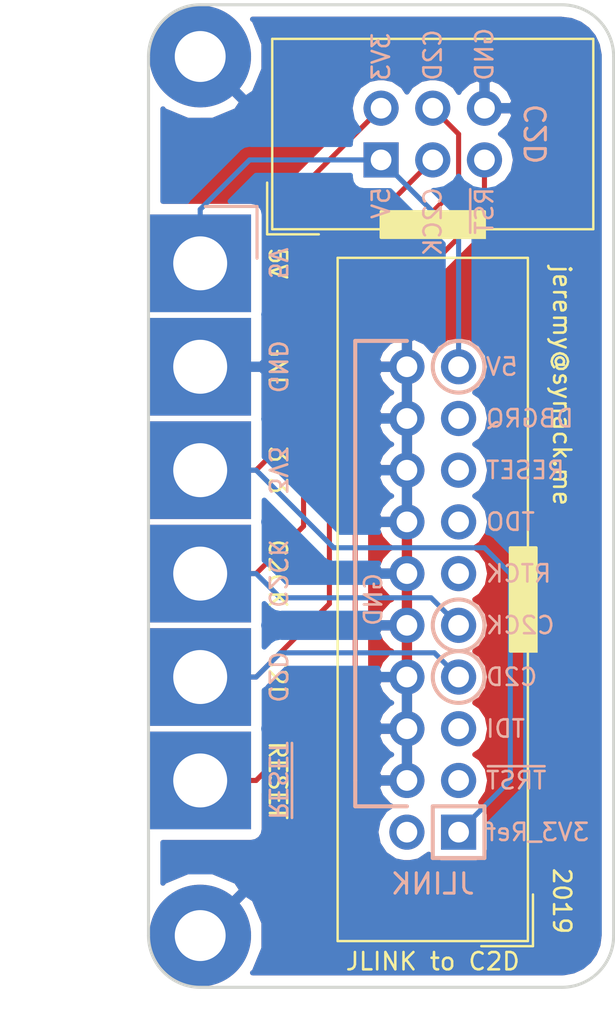
<source format=kicad_pcb>
(kicad_pcb (version 20171130) (host pcbnew 5.0.2+dfsg1-1)

  (general
    (thickness 1.6)
    (drawings 57)
    (tracks 38)
    (zones 0)
    (modules 5)
    (nets 7)
  )

  (page A4)
  (layers
    (0 F.Cu signal)
    (31 B.Cu signal)
    (32 B.Adhes user hide)
    (33 F.Adhes user hide)
    (34 B.Paste user hide)
    (35 F.Paste user hide)
    (36 B.SilkS user)
    (37 F.SilkS user)
    (38 B.Mask user)
    (39 F.Mask user)
    (40 Dwgs.User user hide)
    (41 Cmts.User user hide)
    (42 Eco1.User user hide)
    (43 Eco2.User user hide)
    (44 Edge.Cuts user)
    (45 Margin user hide)
    (46 B.CrtYd user hide)
    (47 F.CrtYd user hide)
    (48 B.Fab user hide)
    (49 F.Fab user)
  )

  (setup
    (last_trace_width 0.1524)
    (trace_clearance 0.1524)
    (zone_clearance 0.508)
    (zone_45_only no)
    (trace_min 0.1524)
    (segment_width 0.2)
    (edge_width 0.15)
    (via_size 0.6858)
    (via_drill 0.3302)
    (via_min_size 0.508)
    (via_min_drill 0.254)
    (uvia_size 0.6858)
    (uvia_drill 0.3302)
    (uvias_allowed no)
    (uvia_min_size 0.2)
    (uvia_min_drill 0.1)
    (pcb_text_width 0.3)
    (pcb_text_size 1.5 1.5)
    (mod_edge_width 0.15)
    (mod_text_size 1 1)
    (mod_text_width 0.15)
    (pad_size 5 5)
    (pad_drill 2.5)
    (pad_to_mask_clearance 0.051)
    (solder_mask_min_width 0.25)
    (aux_axis_origin 0 0)
    (visible_elements FFFFFF7F)
    (pcbplotparams
      (layerselection 0x010fc_ffffffff)
      (usegerberextensions true)
      (usegerberattributes false)
      (usegerberadvancedattributes false)
      (creategerberjobfile false)
      (excludeedgelayer true)
      (linewidth 0.100000)
      (plotframeref false)
      (viasonmask false)
      (mode 1)
      (useauxorigin false)
      (hpglpennumber 1)
      (hpglpenspeed 20)
      (hpglpendiameter 15.000000)
      (psnegative false)
      (psa4output false)
      (plotreference true)
      (plotvalue true)
      (plotinvisibletext false)
      (padsonsilk false)
      (subtractmaskfromsilk false)
      (outputformat 1)
      (mirror false)
      (drillshape 0)
      (scaleselection 1)
      (outputdirectory "gerbers/"))
  )

  (net 0 "")
  (net 1 GND)
  (net 2 +5V)
  (net 3 /TMS_C2D)
  (net 4 /TCK_C2CK)
  (net 5 +3V3)
  (net 6 /~RESET)

  (net_class Default "This is the default net class."
    (clearance 0.1524)
    (trace_width 0.1524)
    (via_dia 0.6858)
    (via_drill 0.3302)
    (uvia_dia 0.6858)
    (uvia_drill 0.3302)
    (diff_pair_gap 0.1524)
    (diff_pair_width 0.1524)
    (add_net +3V3)
    (add_net +5V)
    (add_net /TCK_C2CK)
    (add_net /TMS_C2D)
    (add_net /~RESET)
    (add_net GND)
  )

  (module synack-common:CardEdge6P (layer F.Cu) (tedit 5CDE3B79) (tstamp 5CFD6F96)
    (at 114.3 71.12 270)
    (path /5CDE342D)
    (fp_text reference J4 (at 0 -15.24 270) (layer F.SilkS) hide
      (effects (font (size 1 1) (thickness 0.15)))
    )
    (fp_text value EdgeClip (at 0 -12.7 270) (layer F.Fab)
      (effects (font (size 1 1) (thickness 0.15)))
    )
    (fp_line (start -2.54 2.54) (end -2.54 -2.54) (layer B.CrtYd) (width 0.15))
    (fp_line (start 27.94 2.54) (end -2.54 2.54) (layer B.CrtYd) (width 0.15))
    (fp_line (start 27.94 -2.54) (end 27.94 2.54) (layer B.CrtYd) (width 0.15))
    (fp_line (start -2.54 -2.54) (end 27.94 -2.54) (layer B.CrtYd) (width 0.15))
    (fp_line (start -2.54 2.54) (end -2.54 -2.54) (layer F.CrtYd) (width 0.15))
    (fp_line (start 27.94 2.54) (end -2.54 2.54) (layer F.CrtYd) (width 0.15))
    (fp_line (start 27.94 -2.54) (end 27.94 2.54) (layer F.CrtYd) (width 0.15))
    (fp_line (start -2.54 -2.54) (end 27.94 -2.54) (layer F.CrtYd) (width 0.15))
    (fp_line (start -2.794 -2.794) (end -0.254 -2.794) (layer B.SilkS) (width 0.15))
    (fp_line (start -2.794 -0.254) (end -2.794 -2.794) (layer B.SilkS) (width 0.15))
    (fp_line (start -2.794 -2.794) (end -2.794 -0.254) (layer F.SilkS) (width 0.15))
    (fp_line (start -2.794 -2.794) (end -0.254 -2.794) (layer F.SilkS) (width 0.15))
    (pad 6 thru_hole rect (at 25.4 0 270) (size 4.8 5) (drill 2.65) (layers *.Cu *.Mask)
      (net 6 /~RESET))
    (pad 5 thru_hole rect (at 20.32 0 270) (size 4.8 5) (drill 2.65) (layers *.Cu *.Mask)
      (net 3 /TMS_C2D))
    (pad 4 thru_hole rect (at 15.24 0 270) (size 4.8 5) (drill 2.65) (layers *.Cu *.Mask)
      (net 4 /TCK_C2CK))
    (pad 3 thru_hole rect (at 10.16 0 270) (size 4.8 5) (drill 2.65) (layers *.Cu *.Mask)
      (net 5 +3V3))
    (pad 2 thru_hole rect (at 5.08 0 270) (size 4.8 5) (drill 2.65) (layers *.Cu *.Mask)
      (net 1 GND))
    (pad 1 thru_hole rect (at 0 0 270) (size 4.8 5) (drill 2.65) (layers *.Cu *.Mask)
      (net 2 +5V))
  )

  (module Connector_IDC:IDC-Header_2x10_P2.54mm_Vertical (layer F.Cu) (tedit 5CDE2E4A) (tstamp 5CEABE0B)
    (at 127 99.06 180)
    (descr "Through hole straight IDC box header, 2x10, 2.54mm pitch, double rows")
    (tags "Through hole IDC box header THT 2x10 2.54mm double row")
    (path /5CDDE238)
    (fp_text reference J1 (at 1.27 -6.604 180) (layer F.SilkS) hide
      (effects (font (size 1 1) (thickness 0.15)))
    )
    (fp_text value JLINK (at 1.27 -2.54 180) (layer B.SilkS)
      (effects (font (size 1 1) (thickness 0.15)) (justify mirror))
    )
    (fp_text user %R (at 1.27 11.43 180) (layer F.Fab)
      (effects (font (size 1 1) (thickness 0.15)))
    )
    (fp_line (start 5.695 -5.1) (end 5.695 27.96) (layer F.Fab) (width 0.1))
    (fp_line (start 5.145 -4.56) (end 5.145 27.4) (layer F.Fab) (width 0.1))
    (fp_line (start -3.155 -5.1) (end -3.155 27.96) (layer F.Fab) (width 0.1))
    (fp_line (start -2.605 -4.56) (end -2.605 9.18) (layer F.Fab) (width 0.1))
    (fp_line (start -2.605 13.68) (end -2.605 27.4) (layer F.Fab) (width 0.1))
    (fp_line (start -2.605 9.18) (end -3.155 9.18) (layer F.Fab) (width 0.1))
    (fp_line (start -2.605 13.68) (end -3.155 13.68) (layer F.Fab) (width 0.1))
    (fp_line (start 5.695 -5.1) (end -3.155 -5.1) (layer F.Fab) (width 0.1))
    (fp_line (start 5.145 -4.56) (end -2.605 -4.56) (layer F.Fab) (width 0.1))
    (fp_line (start 5.695 27.96) (end -3.155 27.96) (layer F.Fab) (width 0.1))
    (fp_line (start 5.145 27.4) (end -2.605 27.4) (layer F.Fab) (width 0.1))
    (fp_line (start 5.695 -5.1) (end 5.145 -4.56) (layer F.Fab) (width 0.1))
    (fp_line (start 5.695 27.96) (end 5.145 27.4) (layer F.Fab) (width 0.1))
    (fp_line (start -3.155 -5.1) (end -2.605 -4.56) (layer F.Fab) (width 0.1))
    (fp_line (start -3.155 27.96) (end -2.605 27.4) (layer F.Fab) (width 0.1))
    (fp_line (start 5.95 -5.35) (end 5.95 28.21) (layer F.CrtYd) (width 0.05))
    (fp_line (start 5.95 28.21) (end -3.41 28.21) (layer F.CrtYd) (width 0.05))
    (fp_line (start -3.41 28.21) (end -3.41 -5.35) (layer F.CrtYd) (width 0.05))
    (fp_line (start -3.41 -5.35) (end 5.95 -5.35) (layer F.CrtYd) (width 0.05))
    (fp_line (start 5.945 -5.35) (end 5.945 28.21) (layer F.SilkS) (width 0.12))
    (fp_line (start 5.945 28.21) (end -3.405 28.21) (layer F.SilkS) (width 0.12))
    (fp_line (start -3.405 28.21) (end -3.405 -5.35) (layer F.SilkS) (width 0.12))
    (fp_line (start -3.405 -5.35) (end 5.945 -5.35) (layer F.SilkS) (width 0.12))
    (fp_line (start -3.655 -5.6) (end -3.655 -3.06) (layer F.SilkS) (width 0.12))
    (fp_line (start -3.655 -5.6) (end -1.115 -5.6) (layer F.SilkS) (width 0.12))
    (pad 1 thru_hole rect (at 0 0 180) (size 1.7272 1.7272) (drill 1.016) (layers *.Cu *.Mask)
      (net 5 +3V3))
    (pad 2 thru_hole oval (at 2.54 0 180) (size 1.7272 1.7272) (drill 1.016) (layers *.Cu *.Mask))
    (pad 3 thru_hole oval (at 0 2.54 180) (size 1.7272 1.7272) (drill 1.016) (layers *.Cu *.Mask))
    (pad 4 thru_hole oval (at 2.54 2.54 180) (size 1.7272 1.7272) (drill 1.016) (layers *.Cu *.Mask)
      (net 1 GND))
    (pad 5 thru_hole oval (at 0 5.08 180) (size 1.7272 1.7272) (drill 1.016) (layers *.Cu *.Mask))
    (pad 6 thru_hole oval (at 2.54 5.08 180) (size 1.7272 1.7272) (drill 1.016) (layers *.Cu *.Mask)
      (net 1 GND))
    (pad 7 thru_hole oval (at 0 7.62 180) (size 1.7272 1.7272) (drill 1.016) (layers *.Cu *.Mask)
      (net 3 /TMS_C2D))
    (pad 8 thru_hole oval (at 2.54 7.62 180) (size 1.7272 1.7272) (drill 1.016) (layers *.Cu *.Mask)
      (net 1 GND))
    (pad 9 thru_hole oval (at 0 10.16 180) (size 1.7272 1.7272) (drill 1.016) (layers *.Cu *.Mask)
      (net 4 /TCK_C2CK))
    (pad 10 thru_hole oval (at 2.54 10.16 180) (size 1.7272 1.7272) (drill 1.016) (layers *.Cu *.Mask)
      (net 1 GND))
    (pad 11 thru_hole oval (at 0 12.7 180) (size 1.7272 1.7272) (drill 1.016) (layers *.Cu *.Mask))
    (pad 12 thru_hole oval (at 2.54 12.7 180) (size 1.7272 1.7272) (drill 1.016) (layers *.Cu *.Mask)
      (net 1 GND))
    (pad 13 thru_hole oval (at 0 15.24 180) (size 1.7272 1.7272) (drill 1.016) (layers *.Cu *.Mask))
    (pad 14 thru_hole oval (at 2.54 15.24 180) (size 1.7272 1.7272) (drill 1.016) (layers *.Cu *.Mask)
      (net 1 GND))
    (pad 15 thru_hole oval (at 0 17.78 180) (size 1.7272 1.7272) (drill 1.016) (layers *.Cu *.Mask))
    (pad 16 thru_hole oval (at 2.54 17.78 180) (size 1.7272 1.7272) (drill 1.016) (layers *.Cu *.Mask)
      (net 1 GND))
    (pad 17 thru_hole oval (at 0 20.32 180) (size 1.7272 1.7272) (drill 1.016) (layers *.Cu *.Mask))
    (pad 18 thru_hole oval (at 2.54 20.32 180) (size 1.7272 1.7272) (drill 1.016) (layers *.Cu *.Mask)
      (net 1 GND))
    (pad 19 thru_hole oval (at 0 22.86 180) (size 1.7272 1.7272) (drill 1.016) (layers *.Cu *.Mask)
      (net 2 +5V))
    (pad 20 thru_hole oval (at 2.54 22.86 180) (size 1.7272 1.7272) (drill 1.016) (layers *.Cu *.Mask)
      (net 1 GND))
    (model ${KISYS3DMOD}/Connector_IDC.3dshapes/IDC-Header_2x10_P2.54mm_Vertical.wrl
      (at (xyz 0 0 0))
      (scale (xyz 1 1 1))
      (rotate (xyz 0 0 0))
    )
  )

  (module Connector_IDC:IDC-Header_2x03_P2.54mm_Vertical (layer F.Cu) (tedit 5CDE2E42) (tstamp 5CEABE2F)
    (at 123.19 66.04 90)
    (descr "Through hole straight IDC box header, 2x03, 2.54mm pitch, double rows")
    (tags "Through hole IDC box header THT 2x03 2.54mm double row")
    (path /5CDE2A21)
    (fp_text reference J2 (at 1.27 -6.604 90) (layer F.SilkS) hide
      (effects (font (size 1 1) (thickness 0.15)))
    )
    (fp_text value C2D (at 1.27 7.62 270) (layer B.SilkS)
      (effects (font (size 1 1) (thickness 0.15)) (justify mirror))
    )
    (fp_text user %R (at 1.27 2.54 90) (layer F.Fab)
      (effects (font (size 1 1) (thickness 0.15)))
    )
    (fp_line (start 5.695 -5.1) (end 5.695 10.18) (layer F.Fab) (width 0.1))
    (fp_line (start 5.145 -4.56) (end 5.145 9.62) (layer F.Fab) (width 0.1))
    (fp_line (start -3.155 -5.1) (end -3.155 10.18) (layer F.Fab) (width 0.1))
    (fp_line (start -2.605 -4.56) (end -2.605 0.29) (layer F.Fab) (width 0.1))
    (fp_line (start -2.605 4.79) (end -2.605 9.62) (layer F.Fab) (width 0.1))
    (fp_line (start -2.605 0.29) (end -3.155 0.29) (layer F.Fab) (width 0.1))
    (fp_line (start -2.605 4.79) (end -3.155 4.79) (layer F.Fab) (width 0.1))
    (fp_line (start 5.695 -5.1) (end -3.155 -5.1) (layer F.Fab) (width 0.1))
    (fp_line (start 5.145 -4.56) (end -2.605 -4.56) (layer F.Fab) (width 0.1))
    (fp_line (start 5.695 10.18) (end -3.155 10.18) (layer F.Fab) (width 0.1))
    (fp_line (start 5.145 9.62) (end -2.605 9.62) (layer F.Fab) (width 0.1))
    (fp_line (start 5.695 -5.1) (end 5.145 -4.56) (layer F.Fab) (width 0.1))
    (fp_line (start 5.695 10.18) (end 5.145 9.62) (layer F.Fab) (width 0.1))
    (fp_line (start -3.155 -5.1) (end -2.605 -4.56) (layer F.Fab) (width 0.1))
    (fp_line (start -3.155 10.18) (end -2.605 9.62) (layer F.Fab) (width 0.1))
    (fp_line (start 5.95 -5.35) (end 5.95 10.43) (layer F.CrtYd) (width 0.05))
    (fp_line (start 5.95 10.43) (end -3.41 10.43) (layer F.CrtYd) (width 0.05))
    (fp_line (start -3.41 10.43) (end -3.41 -5.35) (layer F.CrtYd) (width 0.05))
    (fp_line (start -3.41 -5.35) (end 5.95 -5.35) (layer F.CrtYd) (width 0.05))
    (fp_line (start 5.945 -5.35) (end 5.945 10.43) (layer F.SilkS) (width 0.12))
    (fp_line (start 5.945 10.43) (end -3.405 10.43) (layer F.SilkS) (width 0.12))
    (fp_line (start -3.405 10.43) (end -3.405 -5.35) (layer F.SilkS) (width 0.12))
    (fp_line (start -3.405 -5.35) (end 5.945 -5.35) (layer F.SilkS) (width 0.12))
    (fp_line (start -3.655 -5.6) (end -3.655 -3.06) (layer F.SilkS) (width 0.12))
    (fp_line (start -3.655 -5.6) (end -1.115 -5.6) (layer F.SilkS) (width 0.12))
    (pad 1 thru_hole rect (at 0 0 90) (size 1.7272 1.7272) (drill 1.016) (layers *.Cu *.Mask)
      (net 2 +5V))
    (pad 2 thru_hole oval (at 2.54 0 90) (size 1.7272 1.7272) (drill 1.016) (layers *.Cu *.Mask)
      (net 5 +3V3))
    (pad 3 thru_hole oval (at 0 2.54 90) (size 1.7272 1.7272) (drill 1.016) (layers *.Cu *.Mask)
      (net 4 /TCK_C2CK))
    (pad 4 thru_hole oval (at 2.54 2.54 90) (size 1.7272 1.7272) (drill 1.016) (layers *.Cu *.Mask)
      (net 3 /TMS_C2D))
    (pad 5 thru_hole oval (at 0 5.08 90) (size 1.7272 1.7272) (drill 1.016) (layers *.Cu *.Mask)
      (net 6 /~RESET))
    (pad 6 thru_hole oval (at 2.54 5.08 90) (size 1.7272 1.7272) (drill 1.016) (layers *.Cu *.Mask)
      (net 1 GND))
    (model ${KISYS3DMOD}/Connector_IDC.3dshapes/IDC-Header_2x03_P2.54mm_Vertical.wrl
      (at (xyz 0 0 0))
      (scale (xyz 1 1 1))
      (rotate (xyz 0 0 0))
    )
  )

  (module MountingHole:MountingHole_2.5mm_Pad (layer F.Cu) (tedit 5CDE3502) (tstamp 5CFD7139)
    (at 114.3 60.96)
    (descr "Mounting Hole 2.5mm")
    (tags "mounting hole 2.5mm")
    (attr virtual)
    (fp_text reference REF** (at 0 -3.5) (layer F.SilkS) hide
      (effects (font (size 1 1) (thickness 0.15)))
    )
    (fp_text value MountingHole_2.5mm_Pad (at 0 3.5) (layer F.Fab)
      (effects (font (size 1 1) (thickness 0.15)))
    )
    (fp_circle (center 0 0) (end 2.75 0) (layer F.CrtYd) (width 0.05))
    (fp_circle (center 0 0) (end 2.5 0) (layer Cmts.User) (width 0.15))
    (fp_text user %R (at 0.3 0) (layer F.Fab)
      (effects (font (size 1 1) (thickness 0.15)))
    )
    (pad 1 thru_hole circle (at 0 0) (size 5 5) (drill 2.5) (layers *.Cu *.Mask)
      (net 1 GND))
  )

  (module MountingHole:MountingHole_2.5mm_Pad (layer F.Cu) (tedit 5CDE3508) (tstamp 5CFD714F)
    (at 114.3 104.14)
    (descr "Mounting Hole 2.5mm")
    (tags "mounting hole 2.5mm")
    (attr virtual)
    (fp_text reference REF** (at 0 -3.5) (layer F.SilkS) hide
      (effects (font (size 1 1) (thickness 0.15)))
    )
    (fp_text value MountingHole_2.5mm_Pad (at 0 3.5) (layer F.Fab)
      (effects (font (size 1 1) (thickness 0.15)))
    )
    (fp_circle (center 0 0) (end 2.75 0) (layer F.CrtYd) (width 0.05))
    (fp_circle (center 0 0) (end 2.5 0) (layer Cmts.User) (width 0.15))
    (fp_text user %R (at 0.3 0) (layer F.Fab)
      (effects (font (size 1 1) (thickness 0.15)))
    )
    (pad 1 thru_hole circle (at 0 0) (size 5 5) (drill 2.5) (layers *.Cu *.Mask)
      (net 1 GND))
  )

  (gr_poly (pts (xy 123.19 68.58) (xy 123.19 69.85) (xy 128.27 69.85) (xy 128.27 68.58)) (layer F.Fab) (width 0.15))
  (gr_poly (pts (xy 123.19 68.58) (xy 123.19 69.85) (xy 128.27 69.85) (xy 128.27 68.58)) (layer F.SilkS) (width 0.15))
  (gr_poly (pts (xy 129.54 85.09) (xy 130.81 85.09) (xy 130.81 90.17) (xy 129.54 90.17)) (layer F.Fab) (width 0.15))
  (gr_text 2019 (at 132.08 104.14 270) (layer F.SilkS) (tstamp 5CFD8897)
    (effects (font (size 0.85 0.85) (thickness 0.127)) (justify right))
  )
  (gr_text jeremy@synack.me (at 132.08 71.12 270) (layer F.SilkS) (tstamp 5CFD8539)
    (effects (font (size 0.85 0.85) (thickness 0.127)) (justify left))
  )
  (gr_poly (pts (xy 129.54 85.09) (xy 130.81 85.09) (xy 130.81 90.17) (xy 129.54 90.17)) (layer F.SilkS) (width 0.15))
  (dimension 22.86 (width 0.3) (layer Dwgs.User)
    (gr_text "22.860 mm" (at 123.19 111.32) (layer Dwgs.User)
      (effects (font (size 1.5 1.5) (thickness 0.3)))
    )
    (feature1 (pts (xy 134.62 106.68) (xy 134.62 109.806421)))
    (feature2 (pts (xy 111.76 106.68) (xy 111.76 109.806421)))
    (crossbar (pts (xy 111.76 109.22) (xy 134.62 109.22)))
    (arrow1a (pts (xy 134.62 109.22) (xy 133.493496 109.806421)))
    (arrow1b (pts (xy 134.62 109.22) (xy 133.493496 108.633579)))
    (arrow2a (pts (xy 111.76 109.22) (xy 112.886504 109.806421)))
    (arrow2b (pts (xy 111.76 109.22) (xy 112.886504 108.633579)))
  )
  (dimension 48.26 (width 0.3) (layer Dwgs.User)
    (gr_text "48.260 mm" (at 107.12 82.55 270) (layer Dwgs.User)
      (effects (font (size 1.5 1.5) (thickness 0.3)))
    )
    (feature1 (pts (xy 111.76 106.68) (xy 108.633579 106.68)))
    (feature2 (pts (xy 111.76 58.42) (xy 108.633579 58.42)))
    (crossbar (pts (xy 109.22 58.42) (xy 109.22 106.68)))
    (arrow1a (pts (xy 109.22 106.68) (xy 108.633579 105.553496)))
    (arrow1b (pts (xy 109.22 106.68) (xy 109.806421 105.553496)))
    (arrow2a (pts (xy 109.22 58.42) (xy 108.633579 59.546504)))
    (arrow2b (pts (xy 109.22 58.42) (xy 109.806421 59.546504)))
  )
  (gr_line (start 125.73 100.33) (end 125.73 97.79) (layer B.SilkS) (width 0.2))
  (gr_line (start 128.27 100.33) (end 125.73 100.33) (layer B.SilkS) (width 0.2))
  (gr_line (start 128.27 97.79) (end 128.27 100.33) (layer B.SilkS) (width 0.2))
  (gr_line (start 125.73 97.79) (end 128.27 97.79) (layer B.SilkS) (width 0.2))
  (gr_circle (center 127 88.9) (end 128.27 88.9) (layer B.SilkS) (width 0.2))
  (gr_circle (center 127 91.44) (end 128.27 91.44) (layer B.SilkS) (width 0.2))
  (gr_circle (center 127 76.2) (end 128.27 76.2) (layer B.SilkS) (width 0.2))
  (gr_text 3V3_Ref (at 128.27 99.06) (layer B.SilkS) (tstamp 5CFD794F)
    (effects (font (size 0.85 0.85) (thickness 0.127)) (justify right mirror))
  )
  (gr_text ~TRST (at 128.27 96.52) (layer B.SilkS) (tstamp 5CFD794C)
    (effects (font (size 0.85 0.85) (thickness 0.127)) (justify right mirror))
  )
  (gr_text TDI (at 128.27 93.98) (layer B.SilkS) (tstamp 5CFD7949)
    (effects (font (size 0.85 0.85) (thickness 0.127)) (justify right mirror))
  )
  (gr_text TDO (at 128.27 83.82) (layer B.SilkS) (tstamp 5CFD7941)
    (effects (font (size 0.85 0.85) (thickness 0.127)) (justify right mirror))
  )
  (gr_text RTCK (at 128.27 86.36) (layer B.SilkS) (tstamp 5CFD793F)
    (effects (font (size 0.85 0.85) (thickness 0.127)) (justify right mirror))
  )
  (gr_text RESET (at 128.27 81.28) (layer B.SilkS) (tstamp 5CFD7930)
    (effects (font (size 0.85 0.85) (thickness 0.127)) (justify right mirror))
  )
  (gr_text DBGRQ (at 128.27 78.74) (layer B.SilkS) (tstamp 5CFD792D)
    (effects (font (size 0.85 0.85) (thickness 0.127)) (justify right mirror))
  )
  (gr_line (start 121.92 74.93) (end 124.46 74.93) (layer B.SilkS) (width 0.2))
  (gr_line (start 121.92 97.79) (end 124.46 97.79) (layer B.SilkS) (width 0.2))
  (gr_line (start 121.92 96.52) (end 121.92 97.79) (layer B.SilkS) (width 0.2))
  (gr_line (start 121.92 74.93) (end 121.92 96.52) (layer B.SilkS) (width 0.2))
  (gr_text ~RESET (at 118.11 96.52 270) (layer B.SilkS) (tstamp 5CFD74D0)
    (effects (font (size 0.85 0.85) (thickness 0.127)) (justify mirror))
  )
  (gr_text C2D (at 118.11 91.44 270) (layer B.SilkS) (tstamp 5CFD74CD)
    (effects (font (size 0.85 0.85) (thickness 0.127)) (justify mirror))
  )
  (gr_text C2CK (at 118.11 86.36 270) (layer B.SilkS) (tstamp 5CFD74CA)
    (effects (font (size 0.85 0.85) (thickness 0.127)) (justify mirror))
  )
  (gr_text 3V3 (at 118.11 81.28 270) (layer B.SilkS) (tstamp 5CFD74C7)
    (effects (font (size 0.85 0.85) (thickness 0.127)) (justify mirror))
  )
  (gr_text GND (at 118.11 76.2 270) (layer B.SilkS) (tstamp 5CFD74C4)
    (effects (font (size 0.85 0.85) (thickness 0.127)) (justify mirror))
  )
  (gr_text 5V (at 118.11 71.12 270) (layer B.SilkS) (tstamp 5CFD74C1)
    (effects (font (size 0.85 0.85) (thickness 0.127)) (justify mirror))
  )
  (gr_text ~RESET (at 118.11 96.52 270) (layer F.SilkS) (tstamp 5CFD7231)
    (effects (font (size 0.85 0.85) (thickness 0.127)))
  )
  (gr_text C2D (at 118.11 91.44 270) (layer F.SilkS) (tstamp 5CFD722E)
    (effects (font (size 0.85 0.85) (thickness 0.127)))
  )
  (gr_text C2CK (at 118.11 86.36 270) (layer F.SilkS) (tstamp 5CFD722B)
    (effects (font (size 0.85 0.85) (thickness 0.127)))
  )
  (gr_text 3V3 (at 118.11 81.28 270) (layer F.SilkS) (tstamp 5CFD7228)
    (effects (font (size 0.85 0.85) (thickness 0.127)))
  )
  (gr_text GND (at 118.11 76.2 270) (layer F.SilkS) (tstamp 5CFD7225)
    (effects (font (size 0.85 0.85) (thickness 0.127)))
  )
  (gr_text "JLINK to C2D" (at 125.73 105.41) (layer F.SilkS)
    (effects (font (size 0.85 0.85) (thickness 0.127)))
  )
  (gr_arc (start 114.3 104.14) (end 111.76 104.14) (angle -90) (layer Edge.Cuts) (width 0.15))
  (gr_arc (start 132.08 104.14) (end 132.08 106.68) (angle -90) (layer Edge.Cuts) (width 0.15))
  (gr_arc (start 132.08 60.96) (end 134.62 60.96) (angle -90) (layer Edge.Cuts) (width 0.15))
  (gr_arc (start 114.3 60.96) (end 114.3 58.42) (angle -90) (layer Edge.Cuts) (width 0.15))
  (gr_line (start 111.76 104.14) (end 111.76 60.96) (layer Edge.Cuts) (width 0.15))
  (gr_line (start 132.08 106.68) (end 114.3 106.68) (layer Edge.Cuts) (width 0.15))
  (gr_line (start 134.62 60.96) (end 134.62 104.14) (layer Edge.Cuts) (width 0.15))
  (gr_line (start 114.3 58.42) (end 132.08 58.42) (layer Edge.Cuts) (width 0.15))
  (gr_text 5V (at 118.11 71.12 270) (layer F.SilkS) (tstamp 5CEAC4AB)
    (effects (font (size 0.85 0.85) (thickness 0.127)))
  )
  (gr_text GND (at 122.809 87.63 90) (layer B.SilkS) (tstamp 5CEAC28F)
    (effects (font (size 0.85 0.85) (thickness 0.127)) (justify mirror))
  )
  (gr_text C2D (at 128.27 91.44) (layer B.SilkS) (tstamp 5CEAC28A)
    (effects (font (size 0.85 0.85) (thickness 0.127)) (justify right mirror))
  )
  (gr_text C2CK (at 128.27 88.9) (layer B.SilkS) (tstamp 5CEAC287)
    (effects (font (size 0.85 0.85) (thickness 0.127)) (justify right mirror))
  )
  (gr_text 5V (at 128.27 76.2) (layer B.SilkS) (tstamp 5CEAC280)
    (effects (font (size 0.85 0.85) (thickness 0.127)) (justify right mirror))
  )
  (gr_text ~RST (at 128.27 67.31 90) (layer B.SilkS) (tstamp 5CEAC0A3)
    (effects (font (size 0.85 0.85) (thickness 0.127)) (justify left mirror))
  )
  (gr_text C2CK (at 125.73 67.31 90) (layer B.SilkS) (tstamp 5CEAC09F)
    (effects (font (size 0.85 0.85) (thickness 0.127)) (justify left mirror))
  )
  (gr_text 5V (at 123.19 67.31 90) (layer B.SilkS) (tstamp 5CEAC094)
    (effects (font (size 0.85 0.85) (thickness 0.127)) (justify left mirror))
  )
  (gr_text 3V3 (at 123.19 62.23 90) (layer B.SilkS) (tstamp 5CEAC08E)
    (effects (font (size 0.85 0.85) (thickness 0.127)) (justify right mirror))
  )
  (gr_text C2D (at 125.73 62.23 90) (layer B.SilkS) (tstamp 5CEAC08B)
    (effects (font (size 0.85 0.85) (thickness 0.127)) (justify right mirror))
  )
  (gr_text GND (at 128.27 62.23 90) (layer B.SilkS)
    (effects (font (size 0.85 0.85) (thickness 0.127)) (justify right mirror))
  )

  (segment (start 116.73 66.04) (end 114.3 68.47) (width 0.25) (layer B.Cu) (net 2))
  (segment (start 123.19 66.04) (end 116.73 66.04) (width 0.25) (layer B.Cu) (net 2) (status 10))
  (segment (start 114.3 68.47) (end 114.3 71.12) (width 0.25) (layer B.Cu) (net 2) (status 20))
  (segment (start 127 76.2) (end 127 69.85) (width 0.25) (layer B.Cu) (net 2) (status 10))
  (segment (start 127 69.85) (end 123.19 66.04) (width 0.25) (layer B.Cu) (net 2) (status 20))
  (segment (start 127 64.77) (end 127 67.31) (width 0.25) (layer F.Cu) (net 3))
  (segment (start 125.73 63.5) (end 127 64.77) (width 0.25) (layer F.Cu) (net 3) (status 10))
  (segment (start 127 67.31) (end 120.65 73.66) (width 0.25) (layer F.Cu) (net 3))
  (segment (start 120.65 87.84) (end 117.05 91.44) (width 0.25) (layer F.Cu) (net 3))
  (segment (start 120.65 73.66) (end 120.65 87.84) (width 0.25) (layer F.Cu) (net 3))
  (segment (start 117.05 91.44) (end 114.3 91.44) (width 0.25) (layer F.Cu) (net 3) (status 20))
  (segment (start 118.238601 90.251399) (end 117.05 91.44) (width 0.25) (layer B.Cu) (net 3))
  (segment (start 127 91.44) (end 125.811399 90.251399) (width 0.25) (layer B.Cu) (net 3) (status 10))
  (segment (start 125.811399 90.251399) (end 118.238601 90.251399) (width 0.25) (layer B.Cu) (net 3))
  (segment (start 117.05 91.44) (end 114.3 91.44) (width 0.25) (layer B.Cu) (net 3) (status 20))
  (segment (start 125.73 66.04) (end 119.38 72.39) (width 0.25) (layer F.Cu) (net 4) (status 10))
  (segment (start 119.38 72.39) (end 119.38 84.03) (width 0.25) (layer F.Cu) (net 4))
  (segment (start 119.38 84.03) (end 117.05 86.36) (width 0.25) (layer F.Cu) (net 4))
  (segment (start 117.05 86.36) (end 114.3 86.36) (width 0.25) (layer F.Cu) (net 4) (status 20))
  (segment (start 127 88.9) (end 125.648601 87.548601) (width 0.25) (layer B.Cu) (net 4) (status 10))
  (segment (start 118.238601 87.548601) (end 117.05 86.36) (width 0.25) (layer B.Cu) (net 4))
  (segment (start 125.648601 87.548601) (end 118.238601 87.548601) (width 0.25) (layer B.Cu) (net 4))
  (segment (start 117.05 86.36) (end 114.3 86.36) (width 0.25) (layer B.Cu) (net 4) (status 20))
  (segment (start 123.19 63.5) (end 118.11 68.58) (width 0.25) (layer F.Cu) (net 5) (status 10))
  (segment (start 118.11 68.58) (end 118.11 80.22) (width 0.25) (layer F.Cu) (net 5))
  (segment (start 118.11 80.22) (end 117.05 81.28) (width 0.25) (layer F.Cu) (net 5))
  (segment (start 117.05 81.28) (end 114.3 81.28) (width 0.25) (layer F.Cu) (net 5) (status 20))
  (segment (start 117.05 81.28) (end 120.86 85.09) (width 0.25) (layer B.Cu) (net 5))
  (segment (start 114.3 81.28) (end 117.05 81.28) (width 0.25) (layer B.Cu) (net 5) (status 10))
  (segment (start 120.86 85.09) (end 128.27 85.09) (width 0.25) (layer B.Cu) (net 5))
  (segment (start 128.27 85.09) (end 129.54 86.36) (width 0.25) (layer B.Cu) (net 5))
  (segment (start 129.54 86.36) (end 129.54 96.52) (width 0.25) (layer B.Cu) (net 5))
  (segment (start 129.54 96.52) (end 127 99.06) (width 0.25) (layer B.Cu) (net 5) (status 20))
  (segment (start 128.27 66.04) (end 128.27 68.58) (width 0.25) (layer F.Cu) (net 6) (status 10))
  (segment (start 128.27 68.58) (end 121.92 74.93) (width 0.25) (layer F.Cu) (net 6))
  (segment (start 121.92 91.65) (end 117.05 96.52) (width 0.25) (layer F.Cu) (net 6))
  (segment (start 121.92 74.93) (end 121.92 91.65) (width 0.25) (layer F.Cu) (net 6))
  (segment (start 117.05 96.52) (end 114.3 96.52) (width 0.25) (layer F.Cu) (net 6) (status 20))

  (zone (net 1) (net_name GND) (layer F.Cu) (tstamp 5CFD8C5C) (hatch edge 0.508)
    (connect_pads (clearance 0.508))
    (min_thickness 0.254)
    (fill yes (arc_segments 16) (thermal_gap 0.508) (thermal_bridge_width 0.508))
    (polygon
      (pts
        (xy 111.76 58.42) (xy 134.62 58.42) (xy 134.62 106.68) (xy 111.76 106.68)
      )
    )
    (filled_polygon
      (pts
        (xy 132.533698 59.192958) (xy 132.958893 59.361305) (xy 133.328858 59.630101) (xy 133.620356 59.982462) (xy 133.815067 60.396244)
        (xy 133.907093 60.878662) (xy 133.91 60.971164) (xy 133.910001 104.095326) (xy 133.847042 104.593699) (xy 133.678697 105.018889)
        (xy 133.409899 105.388859) (xy 133.057541 105.680355) (xy 132.643756 105.875067) (xy 132.161339 105.967093) (xy 132.068836 105.97)
        (xy 116.875405 105.97) (xy 116.958564 105.914579) (xy 117.435294 104.762108) (xy 117.434705 103.514928) (xy 116.958564 102.365421)
        (xy 116.53588 102.083725) (xy 114.479605 104.14) (xy 114.493748 104.154143) (xy 114.314143 104.333748) (xy 114.3 104.319605)
        (xy 114.285858 104.333748) (xy 114.106253 104.154143) (xy 114.120395 104.14) (xy 114.106253 104.125858) (xy 114.285858 103.946253)
        (xy 114.3 103.960395) (xy 116.356275 101.90412) (xy 116.074579 101.481436) (xy 114.922108 101.004706) (xy 113.674928 101.005295)
        (xy 112.525421 101.481436) (xy 112.47 101.564595) (xy 112.47 99.56744) (xy 116.8 99.56744) (xy 117.047765 99.518157)
        (xy 117.257809 99.377809) (xy 117.398157 99.167765) (xy 117.419592 99.06) (xy 122.932041 99.06) (xy 123.04835 99.644725)
        (xy 123.37957 100.14043) (xy 123.875275 100.47165) (xy 124.312402 100.5586) (xy 124.607598 100.5586) (xy 125.044725 100.47165)
        (xy 125.533068 100.145349) (xy 125.538243 100.171365) (xy 125.678591 100.381409) (xy 125.888635 100.521757) (xy 126.1364 100.57104)
        (xy 127.8636 100.57104) (xy 128.111365 100.521757) (xy 128.321409 100.381409) (xy 128.461757 100.171365) (xy 128.51104 99.9236)
        (xy 128.51104 98.1964) (xy 128.461757 97.948635) (xy 128.321409 97.738591) (xy 128.111365 97.598243) (xy 128.085349 97.593068)
        (xy 128.41165 97.104725) (xy 128.527959 96.52) (xy 128.41165 95.935275) (xy 128.08043 95.43957) (xy 127.796719 95.25)
        (xy 128.08043 95.06043) (xy 128.41165 94.564725) (xy 128.527959 93.98) (xy 128.41165 93.395275) (xy 128.08043 92.89957)
        (xy 127.796719 92.71) (xy 128.08043 92.52043) (xy 128.41165 92.024725) (xy 128.527959 91.44) (xy 128.41165 90.855275)
        (xy 128.08043 90.35957) (xy 127.796719 90.17) (xy 128.08043 89.98043) (xy 128.41165 89.484725) (xy 128.527959 88.9)
        (xy 128.41165 88.315275) (xy 128.08043 87.81957) (xy 127.796719 87.63) (xy 128.08043 87.44043) (xy 128.41165 86.944725)
        (xy 128.527959 86.36) (xy 128.41165 85.775275) (xy 128.08043 85.27957) (xy 127.796719 85.09) (xy 128.08043 84.90043)
        (xy 128.41165 84.404725) (xy 128.527959 83.82) (xy 128.41165 83.235275) (xy 128.08043 82.73957) (xy 127.796719 82.55)
        (xy 128.08043 82.36043) (xy 128.41165 81.864725) (xy 128.527959 81.28) (xy 128.41165 80.695275) (xy 128.08043 80.19957)
        (xy 127.796719 80.01) (xy 128.08043 79.82043) (xy 128.41165 79.324725) (xy 128.527959 78.74) (xy 128.41165 78.155275)
        (xy 128.08043 77.65957) (xy 127.796719 77.47) (xy 128.08043 77.28043) (xy 128.41165 76.784725) (xy 128.527959 76.2)
        (xy 128.41165 75.615275) (xy 128.08043 75.11957) (xy 127.584725 74.78835) (xy 127.147598 74.7014) (xy 126.852402 74.7014)
        (xy 126.415275 74.78835) (xy 125.91957 75.11957) (xy 125.726963 75.407826) (xy 125.34849 74.993179) (xy 124.819027 74.745032)
        (xy 124.587 74.865531) (xy 124.587 76.073) (xy 124.607 76.073) (xy 124.607 76.327) (xy 124.587 76.327)
        (xy 124.587 78.613) (xy 124.607 78.613) (xy 124.607 78.867) (xy 124.587 78.867) (xy 124.587 81.153)
        (xy 124.607 81.153) (xy 124.607 81.407) (xy 124.587 81.407) (xy 124.587 83.693) (xy 124.607 83.693)
        (xy 124.607 83.947) (xy 124.587 83.947) (xy 124.587 86.233) (xy 124.607 86.233) (xy 124.607 86.487)
        (xy 124.587 86.487) (xy 124.587 88.773) (xy 124.607 88.773) (xy 124.607 89.027) (xy 124.587 89.027)
        (xy 124.587 91.313) (xy 124.607 91.313) (xy 124.607 91.567) (xy 124.587 91.567) (xy 124.587 93.853)
        (xy 124.607 93.853) (xy 124.607 94.107) (xy 124.587 94.107) (xy 124.587 96.393) (xy 124.607 96.393)
        (xy 124.607 96.647) (xy 124.587 96.647) (xy 124.587 96.667) (xy 124.333 96.667) (xy 124.333 96.647)
        (xy 123.126183 96.647) (xy 123.005042 96.879026) (xy 123.177312 97.294947) (xy 123.57151 97.726821) (xy 123.681021 97.778146)
        (xy 123.37957 97.97957) (xy 123.04835 98.475275) (xy 122.932041 99.06) (xy 117.419592 99.06) (xy 117.44744 98.92)
        (xy 117.44744 97.168483) (xy 117.597929 97.067929) (xy 117.640331 97.00447) (xy 120.305775 94.339026) (xy 123.005042 94.339026)
        (xy 123.177312 94.754947) (xy 123.57151 95.186821) (xy 123.706313 95.25) (xy 123.57151 95.313179) (xy 123.177312 95.745053)
        (xy 123.005042 96.160974) (xy 123.126183 96.393) (xy 124.333 96.393) (xy 124.333 94.107) (xy 123.126183 94.107)
        (xy 123.005042 94.339026) (xy 120.305775 94.339026) (xy 122.404473 92.240329) (xy 122.467929 92.197929) (xy 122.635904 91.946537)
        (xy 122.665245 91.799026) (xy 123.005042 91.799026) (xy 123.177312 92.214947) (xy 123.57151 92.646821) (xy 123.706313 92.71)
        (xy 123.57151 92.773179) (xy 123.177312 93.205053) (xy 123.005042 93.620974) (xy 123.126183 93.853) (xy 124.333 93.853)
        (xy 124.333 91.567) (xy 123.126183 91.567) (xy 123.005042 91.799026) (xy 122.665245 91.799026) (xy 122.68 91.724852)
        (xy 122.68 91.724848) (xy 122.694888 91.650001) (xy 122.68 91.575154) (xy 122.68 89.259026) (xy 123.005042 89.259026)
        (xy 123.177312 89.674947) (xy 123.57151 90.106821) (xy 123.706313 90.17) (xy 123.57151 90.233179) (xy 123.177312 90.665053)
        (xy 123.005042 91.080974) (xy 123.126183 91.313) (xy 124.333 91.313) (xy 124.333 89.027) (xy 123.126183 89.027)
        (xy 123.005042 89.259026) (xy 122.68 89.259026) (xy 122.68 86.719026) (xy 123.005042 86.719026) (xy 123.177312 87.134947)
        (xy 123.57151 87.566821) (xy 123.706313 87.63) (xy 123.57151 87.693179) (xy 123.177312 88.125053) (xy 123.005042 88.540974)
        (xy 123.126183 88.773) (xy 124.333 88.773) (xy 124.333 86.487) (xy 123.126183 86.487) (xy 123.005042 86.719026)
        (xy 122.68 86.719026) (xy 122.68 84.179026) (xy 123.005042 84.179026) (xy 123.177312 84.594947) (xy 123.57151 85.026821)
        (xy 123.706313 85.09) (xy 123.57151 85.153179) (xy 123.177312 85.585053) (xy 123.005042 86.000974) (xy 123.126183 86.233)
        (xy 124.333 86.233) (xy 124.333 83.947) (xy 123.126183 83.947) (xy 123.005042 84.179026) (xy 122.68 84.179026)
        (xy 122.68 81.639026) (xy 123.005042 81.639026) (xy 123.177312 82.054947) (xy 123.57151 82.486821) (xy 123.706313 82.55)
        (xy 123.57151 82.613179) (xy 123.177312 83.045053) (xy 123.005042 83.460974) (xy 123.126183 83.693) (xy 124.333 83.693)
        (xy 124.333 81.407) (xy 123.126183 81.407) (xy 123.005042 81.639026) (xy 122.68 81.639026) (xy 122.68 79.099026)
        (xy 123.005042 79.099026) (xy 123.177312 79.514947) (xy 123.57151 79.946821) (xy 123.706313 80.01) (xy 123.57151 80.073179)
        (xy 123.177312 80.505053) (xy 123.005042 80.920974) (xy 123.126183 81.153) (xy 124.333 81.153) (xy 124.333 78.867)
        (xy 123.126183 78.867) (xy 123.005042 79.099026) (xy 122.68 79.099026) (xy 122.68 76.559026) (xy 123.005042 76.559026)
        (xy 123.177312 76.974947) (xy 123.57151 77.406821) (xy 123.706313 77.47) (xy 123.57151 77.533179) (xy 123.177312 77.965053)
        (xy 123.005042 78.380974) (xy 123.126183 78.613) (xy 124.333 78.613) (xy 124.333 76.327) (xy 123.126183 76.327)
        (xy 123.005042 76.559026) (xy 122.68 76.559026) (xy 122.68 75.840974) (xy 123.005042 75.840974) (xy 123.126183 76.073)
        (xy 124.333 76.073) (xy 124.333 74.865531) (xy 124.100973 74.745032) (xy 123.57151 74.993179) (xy 123.177312 75.425053)
        (xy 123.005042 75.840974) (xy 122.68 75.840974) (xy 122.68 75.244801) (xy 128.754473 69.170329) (xy 128.817929 69.127929)
        (xy 128.985904 68.876537) (xy 129.03 68.654852) (xy 129.03 68.654848) (xy 129.044888 68.580001) (xy 129.03 68.505154)
        (xy 129.03 67.334535) (xy 129.35043 67.12043) (xy 129.68165 66.624725) (xy 129.797959 66.04) (xy 129.68165 65.455275)
        (xy 129.35043 64.95957) (xy 129.062174 64.766963) (xy 129.476821 64.38849) (xy 129.724968 63.859027) (xy 129.604469 63.627)
        (xy 128.397 63.627) (xy 128.397 63.647) (xy 128.143 63.647) (xy 128.143 63.627) (xy 128.123 63.627)
        (xy 128.123 63.373) (xy 128.143 63.373) (xy 128.143 62.166183) (xy 128.397 62.166183) (xy 128.397 63.373)
        (xy 129.604469 63.373) (xy 129.724968 63.140973) (xy 129.476821 62.61151) (xy 129.044947 62.217312) (xy 128.629026 62.045042)
        (xy 128.397 62.166183) (xy 128.143 62.166183) (xy 127.910974 62.045042) (xy 127.495053 62.217312) (xy 127.063179 62.61151)
        (xy 127.011854 62.721021) (xy 126.81043 62.41957) (xy 126.314725 62.08835) (xy 125.877598 62.0014) (xy 125.582402 62.0014)
        (xy 125.145275 62.08835) (xy 124.64957 62.41957) (xy 124.46 62.703281) (xy 124.27043 62.41957) (xy 123.774725 62.08835)
        (xy 123.337598 62.0014) (xy 123.042402 62.0014) (xy 122.605275 62.08835) (xy 122.10957 62.41957) (xy 121.77835 62.915275)
        (xy 121.662041 63.5) (xy 121.737225 63.877974) (xy 117.62553 67.989669) (xy 117.562071 68.032071) (xy 117.394096 68.283464)
        (xy 117.366092 68.424247) (xy 117.257809 68.262191) (xy 117.047765 68.121843) (xy 116.8 68.07256) (xy 112.47 68.07256)
        (xy 112.47 63.535405) (xy 112.525421 63.618564) (xy 113.677892 64.095294) (xy 114.925072 64.094705) (xy 116.074579 63.618564)
        (xy 116.356275 63.19588) (xy 114.3 61.139605) (xy 114.285858 61.153748) (xy 114.106253 60.974143) (xy 114.120395 60.96)
        (xy 114.106253 60.945858) (xy 114.285858 60.766253) (xy 114.3 60.780395) (xy 114.314143 60.766253) (xy 114.493748 60.945858)
        (xy 114.479605 60.96) (xy 116.53588 63.016275) (xy 116.958564 62.734579) (xy 117.435294 61.582108) (xy 117.434705 60.334928)
        (xy 116.958564 59.185421) (xy 116.875405 59.13) (xy 132.035334 59.13)
      )
    )
    (filled_polygon
      (pts
        (xy 114.427 76.073) (xy 114.447 76.073) (xy 114.447 76.327) (xy 114.427 76.327) (xy 114.427 76.347)
        (xy 114.173 76.347) (xy 114.173 76.327) (xy 114.153 76.327) (xy 114.153 76.073) (xy 114.173 76.073)
        (xy 114.173 76.053) (xy 114.427 76.053)
      )
    )
  )
  (zone (net 1) (net_name GND) (layer B.Cu) (tstamp 5CFD8C59) (hatch edge 0.508)
    (connect_pads (clearance 0.508))
    (min_thickness 0.254)
    (fill yes (arc_segments 16) (thermal_gap 0.508) (thermal_bridge_width 0.508))
    (polygon
      (pts
        (xy 134.62 106.68) (xy 111.76 106.68) (xy 111.76 58.42) (xy 134.62 58.42)
      )
    )
    (filled_polygon
      (pts
        (xy 132.533698 59.192958) (xy 132.958893 59.361305) (xy 133.328858 59.630101) (xy 133.620356 59.982462) (xy 133.815067 60.396244)
        (xy 133.907093 60.878662) (xy 133.91 60.971164) (xy 133.910001 104.095326) (xy 133.847042 104.593699) (xy 133.678697 105.018889)
        (xy 133.409899 105.388859) (xy 133.057541 105.680355) (xy 132.643756 105.875067) (xy 132.161339 105.967093) (xy 132.068836 105.97)
        (xy 116.875405 105.97) (xy 116.958564 105.914579) (xy 117.435294 104.762108) (xy 117.434705 103.514928) (xy 116.958564 102.365421)
        (xy 116.53588 102.083725) (xy 114.479605 104.14) (xy 114.493748 104.154143) (xy 114.314143 104.333748) (xy 114.3 104.319605)
        (xy 114.285858 104.333748) (xy 114.106253 104.154143) (xy 114.120395 104.14) (xy 114.106253 104.125858) (xy 114.285858 103.946253)
        (xy 114.3 103.960395) (xy 116.356275 101.90412) (xy 116.074579 101.481436) (xy 114.922108 101.004706) (xy 113.674928 101.005295)
        (xy 112.525421 101.481436) (xy 112.47 101.564595) (xy 112.47 99.56744) (xy 116.8 99.56744) (xy 117.047765 99.518157)
        (xy 117.257809 99.377809) (xy 117.398157 99.167765) (xy 117.44744 98.92) (xy 117.44744 94.339026) (xy 123.005042 94.339026)
        (xy 123.177312 94.754947) (xy 123.57151 95.186821) (xy 123.706313 95.25) (xy 123.57151 95.313179) (xy 123.177312 95.745053)
        (xy 123.005042 96.160974) (xy 123.126183 96.393) (xy 124.333 96.393) (xy 124.333 94.107) (xy 123.126183 94.107)
        (xy 123.005042 94.339026) (xy 117.44744 94.339026) (xy 117.44744 94.12) (xy 117.419593 93.98) (xy 117.44744 93.84)
        (xy 117.44744 92.088483) (xy 117.597929 91.987929) (xy 117.640331 91.92447) (xy 117.765775 91.799026) (xy 123.005042 91.799026)
        (xy 123.177312 92.214947) (xy 123.57151 92.646821) (xy 123.706313 92.71) (xy 123.57151 92.773179) (xy 123.177312 93.205053)
        (xy 123.005042 93.620974) (xy 123.126183 93.853) (xy 124.333 93.853) (xy 124.333 91.567) (xy 123.126183 91.567)
        (xy 123.005042 91.799026) (xy 117.765775 91.799026) (xy 118.553403 91.011399) (xy 123.033859 91.011399) (xy 123.005042 91.080974)
        (xy 123.126183 91.313) (xy 124.333 91.313) (xy 124.333 91.293) (xy 124.587 91.293) (xy 124.587 91.313)
        (xy 124.607 91.313) (xy 124.607 91.567) (xy 124.587 91.567) (xy 124.587 93.853) (xy 124.607 93.853)
        (xy 124.607 94.107) (xy 124.587 94.107) (xy 124.587 96.393) (xy 124.607 96.393) (xy 124.607 96.647)
        (xy 124.587 96.647) (xy 124.587 96.667) (xy 124.333 96.667) (xy 124.333 96.647) (xy 123.126183 96.647)
        (xy 123.005042 96.879026) (xy 123.177312 97.294947) (xy 123.57151 97.726821) (xy 123.681021 97.778146) (xy 123.37957 97.97957)
        (xy 123.04835 98.475275) (xy 122.932041 99.06) (xy 123.04835 99.644725) (xy 123.37957 100.14043) (xy 123.875275 100.47165)
        (xy 124.312402 100.5586) (xy 124.607598 100.5586) (xy 125.044725 100.47165) (xy 125.533068 100.145349) (xy 125.538243 100.171365)
        (xy 125.678591 100.381409) (xy 125.888635 100.521757) (xy 126.1364 100.57104) (xy 127.8636 100.57104) (xy 128.111365 100.521757)
        (xy 128.321409 100.381409) (xy 128.461757 100.171365) (xy 128.51104 99.9236) (xy 128.51104 98.623762) (xy 130.024476 97.110327)
        (xy 130.087929 97.067929) (xy 130.130327 97.004476) (xy 130.130329 97.004474) (xy 130.255903 96.816538) (xy 130.255904 96.816537)
        (xy 130.3 96.594852) (xy 130.3 96.594848) (xy 130.314888 96.520001) (xy 130.3 96.445154) (xy 130.3 86.434846)
        (xy 130.314888 86.359999) (xy 130.3 86.285152) (xy 130.3 86.285148) (xy 130.255904 86.063463) (xy 130.087929 85.812071)
        (xy 130.024473 85.769671) (xy 128.860331 84.60553) (xy 128.817929 84.542071) (xy 128.566537 84.374096) (xy 128.423406 84.345625)
        (xy 128.527959 83.82) (xy 128.41165 83.235275) (xy 128.08043 82.73957) (xy 127.796719 82.55) (xy 128.08043 82.36043)
        (xy 128.41165 81.864725) (xy 128.527959 81.28) (xy 128.41165 80.695275) (xy 128.08043 80.19957) (xy 127.796719 80.01)
        (xy 128.08043 79.82043) (xy 128.41165 79.324725) (xy 128.527959 78.74) (xy 128.41165 78.155275) (xy 128.08043 77.65957)
        (xy 127.796719 77.47) (xy 128.08043 77.28043) (xy 128.41165 76.784725) (xy 128.527959 76.2) (xy 128.41165 75.615275)
        (xy 128.08043 75.11957) (xy 127.76 74.905465) (xy 127.76 69.924848) (xy 127.774888 69.85) (xy 127.76 69.775152)
        (xy 127.76 69.775148) (xy 127.715904 69.553463) (xy 127.715904 69.553462) (xy 127.590329 69.365527) (xy 127.547929 69.302071)
        (xy 127.484473 69.259671) (xy 125.763402 67.5386) (xy 125.877598 67.5386) (xy 126.314725 67.45165) (xy 126.81043 67.12043)
        (xy 127 66.836719) (xy 127.18957 67.12043) (xy 127.685275 67.45165) (xy 128.122402 67.5386) (xy 128.417598 67.5386)
        (xy 128.854725 67.45165) (xy 129.35043 67.12043) (xy 129.68165 66.624725) (xy 129.797959 66.04) (xy 129.68165 65.455275)
        (xy 129.35043 64.95957) (xy 129.062174 64.766963) (xy 129.476821 64.38849) (xy 129.724968 63.859027) (xy 129.604469 63.627)
        (xy 128.397 63.627) (xy 128.397 63.647) (xy 128.143 63.647) (xy 128.143 63.627) (xy 128.123 63.627)
        (xy 128.123 63.373) (xy 128.143 63.373) (xy 128.143 62.166183) (xy 128.397 62.166183) (xy 128.397 63.373)
        (xy 129.604469 63.373) (xy 129.724968 63.140973) (xy 129.476821 62.61151) (xy 129.044947 62.217312) (xy 128.629026 62.045042)
        (xy 128.397 62.166183) (xy 128.143 62.166183) (xy 127.910974 62.045042) (xy 127.495053 62.217312) (xy 127.063179 62.61151)
        (xy 127.011854 62.721021) (xy 126.81043 62.41957) (xy 126.314725 62.08835) (xy 125.877598 62.0014) (xy 125.582402 62.0014)
        (xy 125.145275 62.08835) (xy 124.64957 62.41957) (xy 124.46 62.703281) (xy 124.27043 62.41957) (xy 123.774725 62.08835)
        (xy 123.337598 62.0014) (xy 123.042402 62.0014) (xy 122.605275 62.08835) (xy 122.10957 62.41957) (xy 121.77835 62.915275)
        (xy 121.662041 63.5) (xy 121.77835 64.084725) (xy 122.104651 64.573068) (xy 122.078635 64.578243) (xy 121.868591 64.718591)
        (xy 121.728243 64.928635) (xy 121.67896 65.1764) (xy 121.67896 65.28) (xy 116.804847 65.28) (xy 116.73 65.265112)
        (xy 116.655153 65.28) (xy 116.655148 65.28) (xy 116.433463 65.324096) (xy 116.182071 65.492071) (xy 116.139671 65.555527)
        (xy 113.81553 67.879669) (xy 113.752071 67.922071) (xy 113.651518 68.07256) (xy 112.47 68.07256) (xy 112.47 63.535405)
        (xy 112.525421 63.618564) (xy 113.677892 64.095294) (xy 114.925072 64.094705) (xy 116.074579 63.618564) (xy 116.356275 63.19588)
        (xy 114.3 61.139605) (xy 114.285858 61.153748) (xy 114.106253 60.974143) (xy 114.120395 60.96) (xy 114.106253 60.945858)
        (xy 114.285858 60.766253) (xy 114.3 60.780395) (xy 114.314143 60.766253) (xy 114.493748 60.945858) (xy 114.479605 60.96)
        (xy 116.53588 63.016275) (xy 116.958564 62.734579) (xy 117.435294 61.582108) (xy 117.434705 60.334928) (xy 116.958564 59.185421)
        (xy 116.875405 59.13) (xy 132.035334 59.13)
      )
    )
    (filled_polygon
      (pts
        (xy 117.648271 88.033073) (xy 117.690672 88.09653) (xy 117.754128 88.13893) (xy 117.942063 88.264505) (xy 117.990206 88.274081)
        (xy 118.163749 88.308601) (xy 118.163753 88.308601) (xy 118.238601 88.323489) (xy 118.313449 88.308601) (xy 123.101288 88.308601)
        (xy 123.005042 88.540974) (xy 123.126183 88.773) (xy 124.333 88.773) (xy 124.333 88.753) (xy 124.587 88.753)
        (xy 124.587 88.773) (xy 124.607 88.773) (xy 124.607 89.027) (xy 124.587 89.027) (xy 124.587 89.047)
        (xy 124.333 89.047) (xy 124.333 89.027) (xy 123.126183 89.027) (xy 123.005042 89.259026) (xy 123.101288 89.491399)
        (xy 118.313449 89.491399) (xy 118.238601 89.476511) (xy 118.163753 89.491399) (xy 118.163749 89.491399) (xy 117.990206 89.525919)
        (xy 117.942063 89.535495) (xy 117.755019 89.660475) (xy 117.690672 89.70347) (xy 117.648272 89.766926) (xy 117.44744 89.967758)
        (xy 117.44744 89.04) (xy 117.419593 88.9) (xy 117.44744 88.76) (xy 117.44744 87.832242)
      )
    )
    (filled_polygon
      (pts
        (xy 120.26967 85.574472) (xy 120.312071 85.637929) (xy 120.375527 85.680329) (xy 120.563462 85.805904) (xy 120.611605 85.81548)
        (xy 120.785148 85.85) (xy 120.785152 85.85) (xy 120.86 85.864888) (xy 120.934848 85.85) (xy 123.067574 85.85)
        (xy 123.005042 86.000974) (xy 123.126183 86.233) (xy 124.333 86.233) (xy 124.333 86.213) (xy 124.587 86.213)
        (xy 124.587 86.233) (xy 124.607 86.233) (xy 124.607 86.487) (xy 124.587 86.487) (xy 124.587 86.507)
        (xy 124.333 86.507) (xy 124.333 86.487) (xy 123.126183 86.487) (xy 123.005042 86.719026) (xy 123.033859 86.788601)
        (xy 118.553403 86.788601) (xy 117.640331 85.87553) (xy 117.597929 85.812071) (xy 117.44744 85.711517) (xy 117.44744 83.96)
        (xy 117.419593 83.82) (xy 117.44744 83.68) (xy 117.44744 82.752241)
      )
    )
    (filled_polygon
      (pts
        (xy 121.67896 66.9036) (xy 121.728243 67.151365) (xy 121.868591 67.361409) (xy 122.078635 67.501757) (xy 122.3264 67.55104)
        (xy 123.626239 67.55104) (xy 126.240001 70.164803) (xy 126.24 74.905465) (xy 125.91957 75.11957) (xy 125.726963 75.407826)
        (xy 125.34849 74.993179) (xy 124.819027 74.745032) (xy 124.587 74.865531) (xy 124.587 76.073) (xy 124.607 76.073)
        (xy 124.607 76.327) (xy 124.587 76.327) (xy 124.587 78.613) (xy 124.607 78.613) (xy 124.607 78.867)
        (xy 124.587 78.867) (xy 124.587 81.153) (xy 124.607 81.153) (xy 124.607 81.407) (xy 124.587 81.407)
        (xy 124.587 83.693) (xy 124.607 83.693) (xy 124.607 83.947) (xy 124.587 83.947) (xy 124.587 83.967)
        (xy 124.333 83.967) (xy 124.333 83.947) (xy 123.126183 83.947) (xy 123.005042 84.179026) (xy 123.067574 84.33)
        (xy 121.174802 84.33) (xy 118.483828 81.639026) (xy 123.005042 81.639026) (xy 123.177312 82.054947) (xy 123.57151 82.486821)
        (xy 123.706313 82.55) (xy 123.57151 82.613179) (xy 123.177312 83.045053) (xy 123.005042 83.460974) (xy 123.126183 83.693)
        (xy 124.333 83.693) (xy 124.333 81.407) (xy 123.126183 81.407) (xy 123.005042 81.639026) (xy 118.483828 81.639026)
        (xy 117.640331 80.79553) (xy 117.597929 80.732071) (xy 117.44744 80.631517) (xy 117.44744 79.099026) (xy 123.005042 79.099026)
        (xy 123.177312 79.514947) (xy 123.57151 79.946821) (xy 123.706313 80.01) (xy 123.57151 80.073179) (xy 123.177312 80.505053)
        (xy 123.005042 80.920974) (xy 123.126183 81.153) (xy 124.333 81.153) (xy 124.333 78.867) (xy 123.126183 78.867)
        (xy 123.005042 79.099026) (xy 117.44744 79.099026) (xy 117.44744 78.88) (xy 117.422751 78.75588) (xy 117.435 78.726309)
        (xy 117.435 76.559026) (xy 123.005042 76.559026) (xy 123.177312 76.974947) (xy 123.57151 77.406821) (xy 123.706313 77.47)
        (xy 123.57151 77.533179) (xy 123.177312 77.965053) (xy 123.005042 78.380974) (xy 123.126183 78.613) (xy 124.333 78.613)
        (xy 124.333 76.327) (xy 123.126183 76.327) (xy 123.005042 76.559026) (xy 117.435 76.559026) (xy 117.435 76.48575)
        (xy 117.27625 76.327) (xy 114.427 76.327) (xy 114.427 76.347) (xy 114.173 76.347) (xy 114.173 76.327)
        (xy 114.153 76.327) (xy 114.153 76.073) (xy 114.173 76.073) (xy 114.173 76.053) (xy 114.427 76.053)
        (xy 114.427 76.073) (xy 117.27625 76.073) (xy 117.435 75.91425) (xy 117.435 75.840974) (xy 123.005042 75.840974)
        (xy 123.126183 76.073) (xy 124.333 76.073) (xy 124.333 74.865531) (xy 124.100973 74.745032) (xy 123.57151 74.993179)
        (xy 123.177312 75.425053) (xy 123.005042 75.840974) (xy 117.435 75.840974) (xy 117.435 73.673691) (xy 117.422751 73.64412)
        (xy 117.44744 73.52) (xy 117.44744 68.72) (xy 117.398157 68.472235) (xy 117.257809 68.262191) (xy 117.047765 68.121843)
        (xy 116.8 68.07256) (xy 115.772241 68.07256) (xy 117.044802 66.8) (xy 121.67896 66.8)
      )
    )
  )
)

</source>
